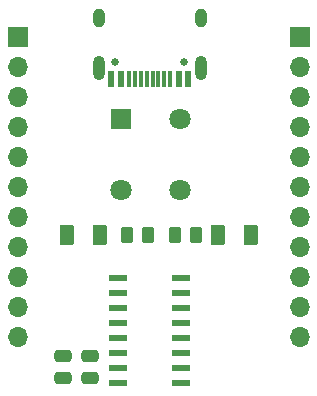
<source format=gbr>
%TF.GenerationSoftware,KiCad,Pcbnew,(6.0.7)*%
%TF.CreationDate,2022-09-27T17:11:20+08:00*%
%TF.ProjectId,51,35312e6b-6963-4616-945f-706362585858,rev?*%
%TF.SameCoordinates,Original*%
%TF.FileFunction,Soldermask,Top*%
%TF.FilePolarity,Negative*%
%FSLAX46Y46*%
G04 Gerber Fmt 4.6, Leading zero omitted, Abs format (unit mm)*
G04 Created by KiCad (PCBNEW (6.0.7)) date 2022-09-27 17:11:20*
%MOMM*%
%LPD*%
G01*
G04 APERTURE LIST*
G04 Aperture macros list*
%AMRoundRect*
0 Rectangle with rounded corners*
0 $1 Rounding radius*
0 $2 $3 $4 $5 $6 $7 $8 $9 X,Y pos of 4 corners*
0 Add a 4 corners polygon primitive as box body*
4,1,4,$2,$3,$4,$5,$6,$7,$8,$9,$2,$3,0*
0 Add four circle primitives for the rounded corners*
1,1,$1+$1,$2,$3*
1,1,$1+$1,$4,$5*
1,1,$1+$1,$6,$7*
1,1,$1+$1,$8,$9*
0 Add four rect primitives between the rounded corners*
20,1,$1+$1,$2,$3,$4,$5,0*
20,1,$1+$1,$4,$5,$6,$7,0*
20,1,$1+$1,$6,$7,$8,$9,0*
20,1,$1+$1,$8,$9,$2,$3,0*%
G04 Aperture macros list end*
%ADD10RoundRect,0.250000X-0.475000X0.250000X-0.475000X-0.250000X0.475000X-0.250000X0.475000X0.250000X0*%
%ADD11RoundRect,0.250000X-0.375000X-0.625000X0.375000X-0.625000X0.375000X0.625000X-0.375000X0.625000X0*%
%ADD12RoundRect,0.250000X0.375000X0.625000X-0.375000X0.625000X-0.375000X-0.625000X0.375000X-0.625000X0*%
%ADD13RoundRect,0.250000X-0.262500X-0.450000X0.262500X-0.450000X0.262500X0.450000X-0.262500X0.450000X0*%
%ADD14C,0.650000*%
%ADD15R,0.600000X1.450000*%
%ADD16R,0.300000X1.450000*%
%ADD17O,1.000000X2.100000*%
%ADD18O,1.000000X1.600000*%
%ADD19R,1.800000X1.800000*%
%ADD20C,1.800000*%
%ADD21R,1.700000X1.700000*%
%ADD22O,1.700000X1.700000*%
%ADD23RoundRect,0.137500X-0.662500X-0.137500X0.662500X-0.137500X0.662500X0.137500X-0.662500X0.137500X0*%
G04 APERTURE END LIST*
D10*
%TO.C,C2*%
X90424000Y-62550000D03*
X90424000Y-64450000D03*
%TD*%
%TO.C,C1*%
X88138000Y-62550000D03*
X88138000Y-64450000D03*
%TD*%
D11*
%TO.C,D2*%
X88516000Y-52324000D03*
X91316000Y-52324000D03*
%TD*%
D12*
%TO.C,D1*%
X104119500Y-52324000D03*
X101319500Y-52324000D03*
%TD*%
D13*
%TO.C,R2*%
X93575500Y-52324000D03*
X95400500Y-52324000D03*
%TD*%
D14*
%TO.C,J1*%
X92614000Y-37652000D03*
X98394000Y-37652000D03*
D15*
X98754000Y-39097000D03*
X97954000Y-39097000D03*
D16*
X96754000Y-39097000D03*
X95754000Y-39097000D03*
X95254000Y-39097000D03*
X94254000Y-39097000D03*
D15*
X93054000Y-39097000D03*
X92254000Y-39097000D03*
X92254000Y-39097000D03*
X93054000Y-39097000D03*
D16*
X93754000Y-39097000D03*
X94754000Y-39097000D03*
X96254000Y-39097000D03*
X97254000Y-39097000D03*
D15*
X97954000Y-39097000D03*
X98754000Y-39097000D03*
D17*
X91184000Y-38182000D03*
D18*
X91184000Y-34002000D03*
X99824000Y-34002000D03*
D17*
X99824000Y-38182000D03*
%TD*%
D19*
%TO.C,SW1*%
X93081500Y-42543500D03*
D20*
X98081500Y-42543500D03*
X93081500Y-48543500D03*
X98081500Y-48543500D03*
%TD*%
D13*
%TO.C,R1*%
X97639500Y-52324000D03*
X99464500Y-52324000D03*
%TD*%
D21*
%TO.C,J3*%
X108204000Y-35560000D03*
D22*
X108204000Y-38100000D03*
X108204000Y-40640000D03*
X108204000Y-43180000D03*
X108204000Y-45720000D03*
X108204000Y-48260000D03*
X108204000Y-50800000D03*
X108204000Y-53340000D03*
X108204000Y-55880000D03*
X108204000Y-58420000D03*
X108204000Y-60960000D03*
%TD*%
D23*
%TO.C,U1*%
X92854000Y-56007000D03*
X92854000Y-57277000D03*
X92854000Y-58547000D03*
X92854000Y-59817000D03*
X92854000Y-61087000D03*
X92854000Y-62357000D03*
X92854000Y-63627000D03*
X92854000Y-64897000D03*
X98154000Y-64897000D03*
X98154000Y-63627000D03*
X98154000Y-62357000D03*
X98154000Y-61087000D03*
X98154000Y-59817000D03*
X98154000Y-58547000D03*
X98154000Y-57277000D03*
X98154000Y-56007000D03*
%TD*%
D21*
%TO.C,J2*%
X84328000Y-35560000D03*
D22*
X84328000Y-38100000D03*
X84328000Y-40640000D03*
X84328000Y-43180000D03*
X84328000Y-45720000D03*
X84328000Y-48260000D03*
X84328000Y-50800000D03*
X84328000Y-53340000D03*
X84328000Y-55880000D03*
X84328000Y-58420000D03*
X84328000Y-60960000D03*
%TD*%
M02*

</source>
